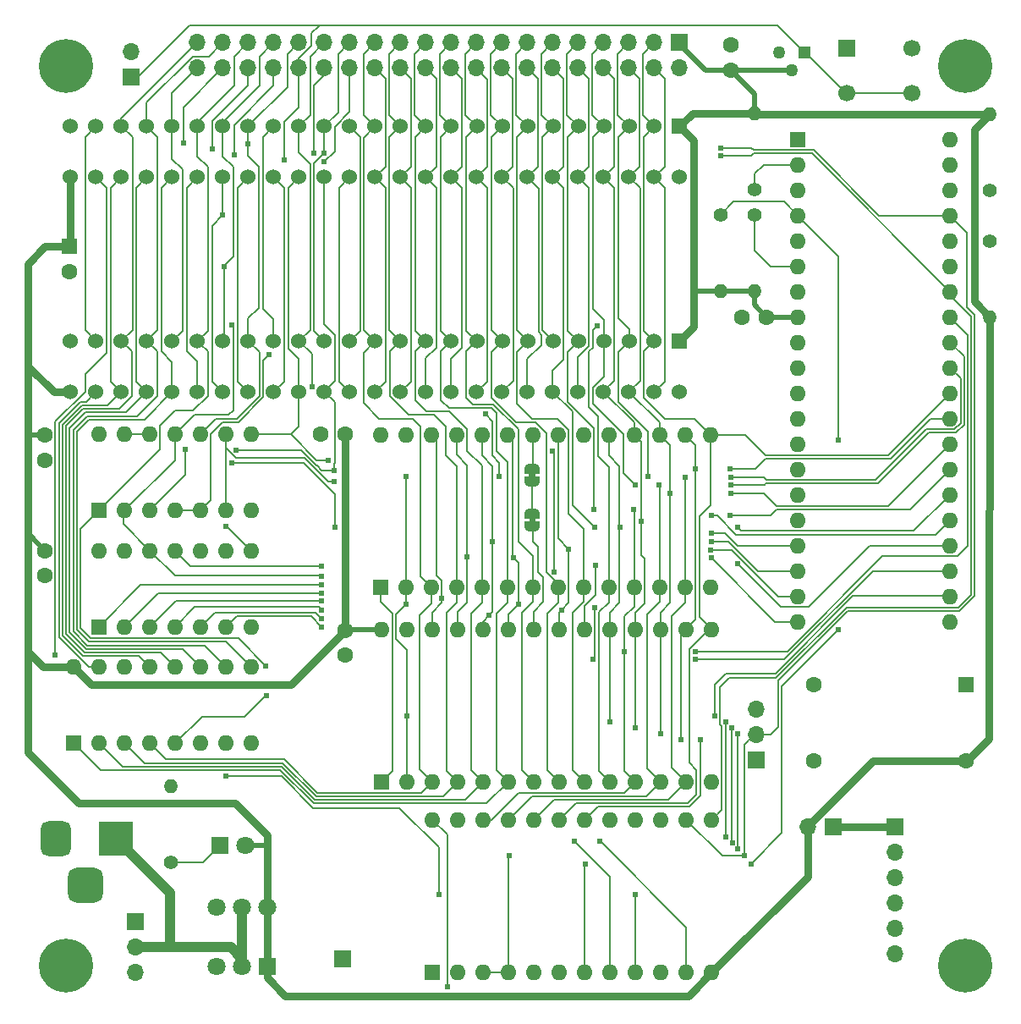
<source format=gbr>
G04 #@! TF.GenerationSoftware,KiCad,Pcbnew,7.0.7*
G04 #@! TF.CreationDate,2024-07-02T20:52:08-05:00*
G04 #@! TF.ProjectId,simple6502,73696d70-6c65-4363-9530-322e6b696361,1.6*
G04 #@! TF.SameCoordinates,Original*
G04 #@! TF.FileFunction,Copper,L1,Top*
G04 #@! TF.FilePolarity,Positive*
%FSLAX46Y46*%
G04 Gerber Fmt 4.6, Leading zero omitted, Abs format (unit mm)*
G04 Created by KiCad (PCBNEW 7.0.7) date 2024-07-02 20:52:08*
%MOMM*%
%LPD*%
G01*
G04 APERTURE LIST*
G04 Aperture macros list*
%AMRoundRect*
0 Rectangle with rounded corners*
0 $1 Rounding radius*
0 $2 $3 $4 $5 $6 $7 $8 $9 X,Y pos of 4 corners*
0 Add a 4 corners polygon primitive as box body*
4,1,4,$2,$3,$4,$5,$6,$7,$8,$9,$2,$3,0*
0 Add four circle primitives for the rounded corners*
1,1,$1+$1,$2,$3*
1,1,$1+$1,$4,$5*
1,1,$1+$1,$6,$7*
1,1,$1+$1,$8,$9*
0 Add four rect primitives between the rounded corners*
20,1,$1+$1,$2,$3,$4,$5,0*
20,1,$1+$1,$4,$5,$6,$7,0*
20,1,$1+$1,$6,$7,$8,$9,0*
20,1,$1+$1,$8,$9,$2,$3,0*%
%AMFreePoly0*
4,1,19,0.500000,-0.750000,0.000000,-0.750000,0.000000,-0.744911,-0.071157,-0.744911,-0.207708,-0.704816,-0.327430,-0.627875,-0.420627,-0.520320,-0.479746,-0.390866,-0.500000,-0.250000,-0.500000,0.250000,-0.479746,0.390866,-0.420627,0.520320,-0.327430,0.627875,-0.207708,0.704816,-0.071157,0.744911,0.000000,0.744911,0.000000,0.750000,0.500000,0.750000,0.500000,-0.750000,0.500000,-0.750000,
$1*%
%AMFreePoly1*
4,1,19,0.000000,0.744911,0.071157,0.744911,0.207708,0.704816,0.327430,0.627875,0.420627,0.520320,0.479746,0.390866,0.500000,0.250000,0.500000,-0.250000,0.479746,-0.390866,0.420627,-0.520320,0.327430,-0.627875,0.207708,-0.704816,0.071157,-0.744911,0.000000,-0.744911,0.000000,-0.750000,-0.500000,-0.750000,-0.500000,0.750000,0.000000,0.750000,0.000000,0.744911,0.000000,0.744911,
$1*%
G04 Aperture macros list end*
G04 #@! TA.AperFunction,ComponentPad*
%ADD10R,1.600000X1.600000*%
G04 #@! TD*
G04 #@! TA.AperFunction,ComponentPad*
%ADD11O,1.600000X1.600000*%
G04 #@! TD*
G04 #@! TA.AperFunction,ComponentPad*
%ADD12C,1.600000*%
G04 #@! TD*
G04 #@! TA.AperFunction,ComponentPad*
%ADD13C,1.400000*%
G04 #@! TD*
G04 #@! TA.AperFunction,ComponentPad*
%ADD14O,1.400000X1.400000*%
G04 #@! TD*
G04 #@! TA.AperFunction,ComponentPad*
%ADD15R,1.524000X1.524000*%
G04 #@! TD*
G04 #@! TA.AperFunction,ComponentPad*
%ADD16C,1.524000*%
G04 #@! TD*
G04 #@! TA.AperFunction,ComponentPad*
%ADD17R,1.270000X1.270000*%
G04 #@! TD*
G04 #@! TA.AperFunction,ComponentPad*
%ADD18C,1.270000*%
G04 #@! TD*
G04 #@! TA.AperFunction,ComponentPad*
%ADD19R,1.800000X1.800000*%
G04 #@! TD*
G04 #@! TA.AperFunction,ComponentPad*
%ADD20C,1.800000*%
G04 #@! TD*
G04 #@! TA.AperFunction,SMDPad,CuDef*
%ADD21FreePoly0,90.000000*%
G04 #@! TD*
G04 #@! TA.AperFunction,SMDPad,CuDef*
%ADD22FreePoly1,90.000000*%
G04 #@! TD*
G04 #@! TA.AperFunction,ComponentPad*
%ADD23R,1.700000X1.700000*%
G04 #@! TD*
G04 #@! TA.AperFunction,ComponentPad*
%ADD24O,1.700000X1.700000*%
G04 #@! TD*
G04 #@! TA.AperFunction,ComponentPad*
%ADD25C,0.800000*%
G04 #@! TD*
G04 #@! TA.AperFunction,ComponentPad*
%ADD26C,5.400000*%
G04 #@! TD*
G04 #@! TA.AperFunction,ComponentPad*
%ADD27R,3.500000X3.500000*%
G04 #@! TD*
G04 #@! TA.AperFunction,ComponentPad*
%ADD28RoundRect,0.750000X-0.750000X-1.000000X0.750000X-1.000000X0.750000X1.000000X-0.750000X1.000000X0*%
G04 #@! TD*
G04 #@! TA.AperFunction,ComponentPad*
%ADD29RoundRect,0.875000X-0.875000X-0.875000X0.875000X-0.875000X0.875000X0.875000X-0.875000X0.875000X0*%
G04 #@! TD*
G04 #@! TA.AperFunction,SMDPad,CuDef*
%ADD30FreePoly0,270.000000*%
G04 #@! TD*
G04 #@! TA.AperFunction,SMDPad,CuDef*
%ADD31FreePoly1,270.000000*%
G04 #@! TD*
G04 #@! TA.AperFunction,ComponentPad*
%ADD32C,1.700000*%
G04 #@! TD*
G04 #@! TA.AperFunction,ViaPad*
%ADD33C,0.610000*%
G04 #@! TD*
G04 #@! TA.AperFunction,Conductor*
%ADD34C,0.762000*%
G04 #@! TD*
G04 #@! TA.AperFunction,Conductor*
%ADD35C,0.508000*%
G04 #@! TD*
G04 #@! TA.AperFunction,Conductor*
%ADD36C,0.152400*%
G04 #@! TD*
G04 #@! TA.AperFunction,Conductor*
%ADD37C,1.000000*%
G04 #@! TD*
G04 APERTURE END LIST*
G04 #@! TA.AperFunction,EtchedComponent*
G36*
X102000000Y-100670000D02*
G01*
X101400000Y-100670000D01*
X101400000Y-100170000D01*
X102000000Y-100170000D01*
X102000000Y-100670000D01*
G37*
G04 #@! TD.AperFunction*
G04 #@! TA.AperFunction,EtchedComponent*
G36*
X101990000Y-96190000D02*
G01*
X101390000Y-96190000D01*
X101390000Y-95690000D01*
X101990000Y-95690000D01*
X101990000Y-96190000D01*
G37*
G04 #@! TD.AperFunction*
D10*
X55810000Y-122720000D03*
D11*
X58350000Y-122720000D03*
X60890000Y-122720000D03*
X63430000Y-122720000D03*
X65970000Y-122720000D03*
X68510000Y-122720000D03*
X71050000Y-122720000D03*
X73590000Y-122720000D03*
X73590000Y-115100000D03*
X71050000Y-115100000D03*
X68510000Y-115100000D03*
X65970000Y-115100000D03*
X63430000Y-115100000D03*
X60890000Y-115100000D03*
X58350000Y-115100000D03*
X55810000Y-115100000D03*
D10*
X55400000Y-73050000D03*
D12*
X55400000Y-75550000D03*
D13*
X147500000Y-72500000D03*
D14*
X147500000Y-80120000D03*
D13*
X147500000Y-67400000D03*
D14*
X147500000Y-59780000D03*
D15*
X116460000Y-61020000D03*
D16*
X113920000Y-61020000D03*
X111390000Y-61020000D03*
X108860000Y-61020000D03*
X106320000Y-61020000D03*
X103780000Y-61020000D03*
X101240000Y-61020000D03*
X98700000Y-61020000D03*
X96160000Y-61020000D03*
X93600000Y-61010000D03*
X91060000Y-61010000D03*
X88520000Y-61010000D03*
X85980000Y-61010000D03*
X83440000Y-61010000D03*
X80900000Y-61010000D03*
X78360000Y-61010000D03*
X75820000Y-61010000D03*
X73280000Y-61010000D03*
X70740000Y-61010000D03*
X68200000Y-61010000D03*
X65660000Y-61010000D03*
X63120000Y-61010000D03*
X60580000Y-61010000D03*
X58040000Y-61010000D03*
X55500000Y-61010000D03*
X55500000Y-66090000D03*
X58040000Y-66090000D03*
X60580000Y-66090000D03*
X63120000Y-66090000D03*
X65660000Y-66090000D03*
X68200000Y-66090000D03*
X70740000Y-66090000D03*
X73280000Y-66090000D03*
X75820000Y-66090000D03*
X78360000Y-66090000D03*
X80900000Y-66090000D03*
X83440000Y-66090000D03*
X85980000Y-66090000D03*
X88520000Y-66090000D03*
X91060000Y-66090000D03*
X93600000Y-66090000D03*
X96140000Y-66090000D03*
X98680000Y-66090000D03*
X101220000Y-66090000D03*
X103760000Y-66090000D03*
X106300000Y-66090000D03*
X108840000Y-66090000D03*
X111380000Y-66090000D03*
X113920000Y-66090000D03*
X116460000Y-66090000D03*
D12*
X52900000Y-91900000D03*
X52900000Y-94400000D03*
X82950000Y-111410000D03*
X82950000Y-113910000D03*
D13*
X65540000Y-134630000D03*
D14*
X65540000Y-127010000D03*
D17*
X128940000Y-53590000D03*
D18*
X127670000Y-55360000D03*
X126400000Y-53590000D03*
D12*
X52900000Y-103450000D03*
X52900000Y-105950000D03*
D19*
X70420000Y-132990000D03*
D20*
X72960000Y-132990000D03*
D15*
X116460000Y-82510000D03*
D16*
X113920000Y-82510000D03*
X111390000Y-82510000D03*
X108860000Y-82510000D03*
X106320000Y-82510000D03*
X103780000Y-82510000D03*
X101240000Y-82510000D03*
X98700000Y-82510000D03*
X96160000Y-82510000D03*
X93600000Y-82500000D03*
X91060000Y-82500000D03*
X88520000Y-82500000D03*
X85980000Y-82500000D03*
X83440000Y-82500000D03*
X80900000Y-82500000D03*
X78360000Y-82500000D03*
X75820000Y-82500000D03*
X73280000Y-82500000D03*
X70740000Y-82500000D03*
X68200000Y-82500000D03*
X65660000Y-82500000D03*
X63120000Y-82500000D03*
X60580000Y-82500000D03*
X58040000Y-82500000D03*
X55500000Y-82500000D03*
X55500000Y-87580000D03*
X58040000Y-87580000D03*
X60580000Y-87580000D03*
X63120000Y-87580000D03*
X65660000Y-87580000D03*
X68200000Y-87580000D03*
X70740000Y-87580000D03*
X73280000Y-87580000D03*
X75820000Y-87580000D03*
X78360000Y-87580000D03*
X80900000Y-87580000D03*
X83440000Y-87580000D03*
X85980000Y-87580000D03*
X88520000Y-87580000D03*
X91060000Y-87580000D03*
X93600000Y-87580000D03*
X96140000Y-87580000D03*
X98680000Y-87580000D03*
X101220000Y-87580000D03*
X103760000Y-87580000D03*
X106300000Y-87580000D03*
X108840000Y-87580000D03*
X111380000Y-87580000D03*
X113920000Y-87580000D03*
X116460000Y-87580000D03*
D13*
X123960000Y-69880000D03*
D14*
X123960000Y-77500000D03*
D21*
X101700000Y-101070000D03*
D22*
X101700000Y-99770000D03*
D12*
X121600000Y-55360000D03*
X121600000Y-52860000D03*
D23*
X82700000Y-144300000D03*
X61950000Y-140610000D03*
D24*
X61950000Y-143150000D03*
X61950000Y-145690000D03*
D25*
X52975000Y-55000000D03*
X53568109Y-53568109D03*
X53568109Y-56431891D03*
X55000000Y-52975000D03*
D26*
X55000000Y-55000000D03*
D25*
X55000000Y-57025000D03*
X56431891Y-53568109D03*
X56431891Y-56431891D03*
X57025000Y-55000000D03*
D10*
X86600000Y-126600000D03*
D11*
X89140000Y-126600000D03*
X91680000Y-126600000D03*
X94220000Y-126600000D03*
X96760000Y-126600000D03*
X99300000Y-126600000D03*
X101840000Y-126600000D03*
X104380000Y-126600000D03*
X106920000Y-126600000D03*
X109460000Y-126600000D03*
X112000000Y-126600000D03*
X114540000Y-126600000D03*
X117080000Y-126600000D03*
X119620000Y-126600000D03*
X119620000Y-111360000D03*
X117080000Y-111360000D03*
X114540000Y-111360000D03*
X112000000Y-111360000D03*
X109460000Y-111360000D03*
X106920000Y-111360000D03*
X104380000Y-111360000D03*
X101840000Y-111360000D03*
X99300000Y-111360000D03*
X96760000Y-111360000D03*
X94220000Y-111360000D03*
X91680000Y-111360000D03*
X89140000Y-111360000D03*
X86600000Y-111360000D03*
D23*
X124100000Y-124400000D03*
D24*
X124100000Y-121860000D03*
X124100000Y-119320000D03*
D27*
X60000000Y-132250000D03*
D28*
X54000000Y-132250000D03*
D29*
X57000000Y-136950000D03*
D25*
X52975000Y-145000000D03*
X53568109Y-143568109D03*
X53568109Y-146431891D03*
X55000000Y-142975000D03*
D26*
X55000000Y-145000000D03*
D25*
X55000000Y-147025000D03*
X56431891Y-143568109D03*
X56431891Y-146431891D03*
X57025000Y-145000000D03*
D23*
X61520000Y-56050000D03*
D24*
X61520000Y-53510000D03*
D10*
X91740000Y-145640000D03*
D11*
X94280000Y-145640000D03*
X96820000Y-145640000D03*
X99360000Y-145640000D03*
X101900000Y-145640000D03*
X104440000Y-145640000D03*
X106980000Y-145640000D03*
X109520000Y-145640000D03*
X112060000Y-145640000D03*
X114600000Y-145640000D03*
X117140000Y-145640000D03*
X119680000Y-145640000D03*
X119680000Y-130400000D03*
X117140000Y-130400000D03*
X114600000Y-130400000D03*
X112060000Y-130400000D03*
X109520000Y-130400000D03*
X106980000Y-130400000D03*
X104440000Y-130400000D03*
X101900000Y-130400000D03*
X99360000Y-130400000D03*
X96820000Y-130400000D03*
X94280000Y-130400000D03*
X91740000Y-130400000D03*
D13*
X123970000Y-67310000D03*
D14*
X123970000Y-59690000D03*
D23*
X131840000Y-131080000D03*
D24*
X129300000Y-131080000D03*
D19*
X75150000Y-145100000D03*
D20*
X72650000Y-145100000D03*
X70150000Y-145100000D03*
X75150000Y-139100000D03*
X72650000Y-139100000D03*
X70150000Y-139100000D03*
D30*
X101690000Y-95290000D03*
D31*
X101690000Y-96590000D03*
D10*
X128260000Y-62310000D03*
D11*
X128260000Y-64850000D03*
X128260000Y-67390000D03*
X128260000Y-69930000D03*
X128260000Y-72470000D03*
X128260000Y-75010000D03*
X128260000Y-77550000D03*
X128260000Y-80090000D03*
X128260000Y-82630000D03*
X128260000Y-85170000D03*
X128260000Y-87710000D03*
X128260000Y-90250000D03*
X128260000Y-92790000D03*
X128260000Y-95330000D03*
X128260000Y-97870000D03*
X128260000Y-100410000D03*
X128260000Y-102950000D03*
X128260000Y-105490000D03*
X128260000Y-108030000D03*
X128260000Y-110570000D03*
X143500000Y-110570000D03*
X143500000Y-108030000D03*
X143500000Y-105490000D03*
X143500000Y-102950000D03*
X143500000Y-100410000D03*
X143500000Y-97870000D03*
X143500000Y-95330000D03*
X143500000Y-92790000D03*
X143500000Y-90250000D03*
X143500000Y-87710000D03*
X143500000Y-85170000D03*
X143500000Y-82630000D03*
X143500000Y-80090000D03*
X143500000Y-77550000D03*
X143500000Y-75010000D03*
X143500000Y-72470000D03*
X143500000Y-69930000D03*
X143500000Y-67390000D03*
X143500000Y-64850000D03*
X143500000Y-62310000D03*
D23*
X116450000Y-52640000D03*
D24*
X116450000Y-55180000D03*
X113910000Y-52640000D03*
X113910000Y-55180000D03*
X111370000Y-52640000D03*
X111370000Y-55180000D03*
X108830000Y-52640000D03*
X108830000Y-55180000D03*
X106290000Y-52640000D03*
X106290000Y-55180000D03*
X103750000Y-52640000D03*
X103750000Y-55180000D03*
X101210000Y-52640000D03*
X101210000Y-55180000D03*
X98670000Y-52640000D03*
X98670000Y-55180000D03*
X96130000Y-52640000D03*
X96130000Y-55180000D03*
X93590000Y-52640000D03*
X93590000Y-55180000D03*
X91050000Y-52640000D03*
X91050000Y-55180000D03*
X88510000Y-52640000D03*
X88510000Y-55180000D03*
X85970000Y-52640000D03*
X85970000Y-55180000D03*
X83430000Y-52640000D03*
X83430000Y-55180000D03*
X80890000Y-52640000D03*
X80890000Y-55180000D03*
X78350000Y-52640000D03*
X78350000Y-55180000D03*
X75810000Y-52640000D03*
X75810000Y-55180000D03*
X73270000Y-52640000D03*
X73270000Y-55180000D03*
X70730000Y-52640000D03*
X70730000Y-55180000D03*
X68190000Y-52640000D03*
X68190000Y-55180000D03*
D23*
X138000000Y-131100000D03*
D24*
X138000000Y-133640000D03*
X138000000Y-136180000D03*
X138000000Y-138720000D03*
X138000000Y-141260000D03*
X138000000Y-143800000D03*
D23*
X133210000Y-53170000D03*
D32*
X139710000Y-53170000D03*
X133210000Y-57670000D03*
X139710000Y-57670000D03*
D13*
X120530000Y-69890000D03*
D14*
X120530000Y-77510000D03*
D10*
X58340000Y-111070000D03*
D11*
X60880000Y-111070000D03*
X63420000Y-111070000D03*
X65960000Y-111070000D03*
X68500000Y-111070000D03*
X71040000Y-111070000D03*
X73580000Y-111070000D03*
X73580000Y-103450000D03*
X71040000Y-103450000D03*
X68500000Y-103450000D03*
X65960000Y-103450000D03*
X63420000Y-103450000D03*
X60880000Y-103450000D03*
X58340000Y-103450000D03*
D10*
X145100000Y-116900000D03*
D12*
X129860000Y-116900000D03*
X129860000Y-124520000D03*
X145100000Y-124520000D03*
D10*
X86500000Y-107100000D03*
D11*
X89040000Y-107100000D03*
X91580000Y-107100000D03*
X94120000Y-107100000D03*
X96660000Y-107100000D03*
X99200000Y-107100000D03*
X101740000Y-107100000D03*
X104280000Y-107100000D03*
X106820000Y-107100000D03*
X109360000Y-107100000D03*
X111900000Y-107100000D03*
X114440000Y-107100000D03*
X116980000Y-107100000D03*
X119520000Y-107100000D03*
X119520000Y-91860000D03*
X116980000Y-91860000D03*
X114440000Y-91860000D03*
X111900000Y-91860000D03*
X109360000Y-91860000D03*
X106820000Y-91860000D03*
X104280000Y-91860000D03*
X101740000Y-91860000D03*
X99200000Y-91860000D03*
X96660000Y-91860000D03*
X94120000Y-91860000D03*
X91580000Y-91860000D03*
X89040000Y-91860000D03*
X86500000Y-91860000D03*
D25*
X142975000Y-145000000D03*
X143568109Y-143568109D03*
X143568109Y-146431891D03*
X145000000Y-142975000D03*
D26*
X145000000Y-145000000D03*
D25*
X145000000Y-147025000D03*
X146431891Y-143568109D03*
X146431891Y-146431891D03*
X147025000Y-145000000D03*
D12*
X83000000Y-91850000D03*
X80500000Y-91850000D03*
X125180000Y-80100000D03*
X122680000Y-80100000D03*
D10*
X58300000Y-99470000D03*
D11*
X60840000Y-99470000D03*
X63380000Y-99470000D03*
X65920000Y-99470000D03*
X68460000Y-99470000D03*
X71000000Y-99470000D03*
X73540000Y-99470000D03*
X73540000Y-91850000D03*
X71000000Y-91850000D03*
X68460000Y-91850000D03*
X65920000Y-91850000D03*
X63380000Y-91850000D03*
X60840000Y-91850000D03*
X58300000Y-91850000D03*
D25*
X142975000Y-55000000D03*
X143568109Y-53568109D03*
X143568109Y-56431891D03*
X145000000Y-52975000D03*
D26*
X145000000Y-55000000D03*
D25*
X145000000Y-57025000D03*
X146431891Y-53568109D03*
X146431891Y-56431891D03*
X147025000Y-55000000D03*
D33*
X68500000Y-128750000D03*
X73280000Y-62760000D03*
X122900000Y-134000000D03*
X120600000Y-63159300D03*
X99400000Y-134000000D03*
X76900000Y-64409300D03*
X108180000Y-80950000D03*
X108450000Y-132520000D03*
X105900000Y-132510000D03*
X110940000Y-113550000D03*
X118020000Y-113550000D03*
X107910000Y-99376200D03*
X111880000Y-99376200D03*
X112019300Y-96890000D03*
X114430000Y-96890000D03*
X121550000Y-96900000D03*
X113280000Y-96060000D03*
X116980000Y-96100000D03*
X121550000Y-96090497D03*
X116600000Y-122400000D03*
X118500000Y-122400000D03*
X118068600Y-95260000D03*
X121511526Y-95281909D03*
X122300000Y-121800000D03*
X114540000Y-121800000D03*
X115528600Y-97700000D03*
X122280331Y-133283556D03*
X121550000Y-97709503D03*
X112000000Y-121200000D03*
X112596970Y-100538100D03*
X121719300Y-132700000D03*
X121500000Y-99960000D03*
X121700000Y-121200000D03*
X110467400Y-101100500D03*
X121100000Y-120600000D03*
X109460000Y-120600000D03*
X122230018Y-101108782D03*
X121100000Y-132100000D03*
X132300000Y-92420000D03*
X79840000Y-63660000D03*
X132300000Y-111400000D03*
X70740000Y-69880000D03*
X123600000Y-134800000D03*
X107000000Y-134800000D03*
X70840000Y-75010000D03*
X71070000Y-101000000D03*
X75080000Y-117930000D03*
X75050000Y-115000000D03*
X71661100Y-80910000D03*
X108030000Y-104970000D03*
X80625722Y-106044278D03*
X72065000Y-93405000D03*
X66960000Y-93370000D03*
X81920000Y-95430000D03*
X80890000Y-64550000D03*
X81290000Y-94460000D03*
X79650000Y-87040000D03*
X81920000Y-96580000D03*
X101690000Y-96590000D03*
X119600000Y-101700000D03*
X95208600Y-104100000D03*
X80620000Y-105000000D03*
X80649500Y-111090000D03*
X119600000Y-102550000D03*
X97370000Y-109960700D03*
X97748600Y-102550000D03*
X104650000Y-109390000D03*
X119594134Y-103365369D03*
X105368600Y-103350000D03*
X80650133Y-110269399D03*
X99800000Y-104170000D03*
X100300000Y-108800700D03*
X119605058Y-104174798D03*
X80649500Y-109390000D03*
X80650000Y-108509503D03*
X98430000Y-96009300D03*
X89040000Y-96009300D03*
X119938100Y-120000000D03*
X89150000Y-120000000D03*
X89050000Y-108820700D03*
X97030000Y-89800000D03*
X118020000Y-114359503D03*
X80650000Y-107700000D03*
X107982160Y-109196606D03*
X107789300Y-114359503D03*
X92656200Y-108230000D03*
X103920000Y-105575233D03*
X103699300Y-93495350D03*
X122250000Y-104800000D03*
X80650000Y-106890497D03*
X81940000Y-101090000D03*
X107960000Y-101100500D03*
X71650000Y-94659503D03*
X119640000Y-99956900D03*
X80900000Y-63670000D03*
X120612487Y-63968706D03*
X75400000Y-83810000D03*
X112060000Y-137900000D03*
X71050000Y-126050000D03*
X92340000Y-137900000D03*
X71860000Y-63900000D03*
X69700000Y-63300000D03*
X66810000Y-62710000D03*
X53960000Y-113880000D03*
X93200000Y-147080000D03*
D34*
X56350000Y-128750000D02*
X51250000Y-123650000D01*
D35*
X52900000Y-91900000D02*
X51300000Y-91900000D01*
D34*
X75150000Y-146150000D02*
X75150000Y-145100000D01*
X117320000Y-148000000D02*
X119680000Y-145640000D01*
D35*
X123950000Y-77510000D02*
X123960000Y-77500000D01*
D34*
X129300000Y-131080000D02*
X129270000Y-131110000D01*
D35*
X82950000Y-111410000D02*
X83000000Y-111360000D01*
X120530000Y-77510000D02*
X123950000Y-77510000D01*
D34*
X147400000Y-118900000D02*
X147500000Y-80120000D01*
X129270000Y-131110000D02*
X129270000Y-136050000D01*
D35*
X127670000Y-55360000D02*
X121600000Y-55360000D01*
D34*
X53830000Y-87580000D02*
X51250000Y-85000000D01*
X135780000Y-124520000D02*
X129300000Y-131000000D01*
D35*
X52900000Y-103450000D02*
X51450000Y-102000000D01*
X123960000Y-77500000D02*
X123960000Y-78880000D01*
D34*
X51250000Y-91850000D02*
X51250000Y-85000000D01*
D35*
X121600000Y-55360000D02*
X119020000Y-55360000D01*
X128260000Y-80090000D02*
X125190000Y-80090000D01*
D34*
X117900000Y-81070000D02*
X117900000Y-76500000D01*
D35*
X75150000Y-132920000D02*
X75080000Y-132990000D01*
D34*
X52750000Y-115100000D02*
X51250000Y-113600000D01*
X51250000Y-85000000D02*
X51250000Y-74750000D01*
D35*
X116450000Y-52790000D02*
X116450000Y-52640000D01*
D34*
X71950000Y-128750000D02*
X68500000Y-128750000D01*
D35*
X51300000Y-91900000D02*
X51250000Y-91850000D01*
D34*
X147400000Y-122300000D02*
X147400000Y-118900000D01*
X51250000Y-102000000D02*
X51250000Y-113600000D01*
X75150000Y-132920000D02*
X75150000Y-139100000D01*
X117900000Y-76500000D02*
X117900000Y-62460000D01*
D35*
X75080000Y-132990000D02*
X72960000Y-132990000D01*
D34*
X75150000Y-139100000D02*
X75150000Y-145100000D01*
X52950000Y-73050000D02*
X55400000Y-73050000D01*
D35*
X119020000Y-55360000D02*
X116450000Y-52790000D01*
D34*
X145100000Y-124520000D02*
X145180000Y-124520000D01*
X116460000Y-82510000D02*
X117900000Y-81070000D01*
D35*
X83000000Y-91850000D02*
X82950000Y-91900000D01*
D34*
X77000000Y-148000000D02*
X75150000Y-146150000D01*
X117300000Y-148000000D02*
X77000000Y-148000000D01*
X145100000Y-124520000D02*
X135780000Y-124520000D01*
X129300000Y-131000000D02*
X129300000Y-131080000D01*
X77520000Y-116840000D02*
X57550000Y-116840000D01*
X68500000Y-128750000D02*
X56350000Y-128750000D01*
D35*
X123970000Y-59690000D02*
X123970000Y-57730000D01*
X117900000Y-77510000D02*
X117900000Y-76500000D01*
D34*
X51250000Y-123650000D02*
X51250000Y-113600000D01*
X51250000Y-102000000D02*
X51250000Y-91850000D01*
X55500000Y-66090000D02*
X55500000Y-72950000D01*
D35*
X120530000Y-77510000D02*
X117900000Y-77510000D01*
D34*
X117780000Y-59700000D02*
X123960000Y-59700000D01*
X75150000Y-131950000D02*
X71950000Y-128750000D01*
X57550000Y-116840000D02*
X55810000Y-115100000D01*
X51250000Y-74750000D02*
X52950000Y-73050000D01*
X82950000Y-111410000D02*
X77520000Y-116840000D01*
X129270000Y-136050000D02*
X119680000Y-145640000D01*
X117900000Y-62460000D02*
X116460000Y-61020000D01*
D35*
X123960000Y-78880000D02*
X125180000Y-80100000D01*
D34*
X55810000Y-115100000D02*
X52750000Y-115100000D01*
X145180000Y-124520000D02*
X147400000Y-122300000D01*
X123960000Y-59700000D02*
X123970000Y-59690000D01*
X145930000Y-61350000D02*
X145930000Y-78550000D01*
X82950000Y-91900000D02*
X82950000Y-111410000D01*
X116460000Y-61020000D02*
X117780000Y-59700000D01*
D35*
X83000000Y-111360000D02*
X86600000Y-111360000D01*
X51450000Y-102000000D02*
X51250000Y-102000000D01*
D34*
X117300000Y-148000000D02*
X117320000Y-148000000D01*
D35*
X125190000Y-80090000D02*
X125180000Y-80100000D01*
D34*
X55500000Y-72950000D02*
X55400000Y-73050000D01*
X147500000Y-59780000D02*
X145930000Y-61350000D01*
D35*
X123970000Y-57730000D02*
X121600000Y-55360000D01*
D34*
X55500000Y-87580000D02*
X53830000Y-87580000D01*
X124070000Y-59790000D02*
X147490000Y-59790000D01*
X75150000Y-132920000D02*
X75150000Y-131950000D01*
X145930000Y-78550000D02*
X147500000Y-80120000D01*
D36*
X83440000Y-87580000D02*
X82401800Y-86541800D01*
X84497600Y-81442400D02*
X83440000Y-82500000D01*
X82401800Y-86541800D02*
X82401800Y-67128200D01*
X82401800Y-67128200D02*
X83440000Y-66090000D01*
X84497600Y-62067600D02*
X84497600Y-81442400D01*
X83440000Y-61010000D02*
X84497600Y-62067600D01*
X68780000Y-134630000D02*
X70420000Y-132990000D01*
X65540000Y-134630000D02*
X68780000Y-134630000D01*
X74318200Y-79181800D02*
X73280000Y-80220000D01*
X124100000Y-121860000D02*
X125600000Y-121860000D01*
X122900000Y-134000000D02*
X120740000Y-134000000D01*
X143048023Y-109500000D02*
X143054223Y-109493800D01*
X73280000Y-63990000D02*
X74318200Y-65028200D01*
X133300000Y-109500000D02*
X143048023Y-109500000D01*
X74400000Y-88000000D02*
X74400000Y-83620000D01*
X74318200Y-65028200D02*
X74318200Y-79181800D01*
X129866200Y-63386200D02*
X136410000Y-69930000D01*
X96820000Y-145640000D02*
X99360000Y-145640000D01*
X73280000Y-62760000D02*
X73280000Y-63990000D01*
X126347600Y-116452400D02*
X133300000Y-109500000D01*
X99400000Y-134000000D02*
X99360000Y-134040000D01*
X126347600Y-121112400D02*
X126347600Y-116452400D01*
X143951977Y-109500000D02*
X144487600Y-109500000D01*
X144487600Y-109500000D02*
X145985800Y-108001800D01*
X122900000Y-122870000D02*
X123910000Y-121860000D01*
X123866200Y-63386200D02*
X129866200Y-63386200D01*
X145217400Y-71647400D02*
X143500000Y-69930000D01*
X145985800Y-108001800D02*
X145985800Y-79853984D01*
X74400000Y-83620000D02*
X73280000Y-82500000D01*
X125600000Y-121860000D02*
X126347600Y-121112400D01*
X122900000Y-134000000D02*
X122900000Y-122870000D01*
X77223800Y-53766200D02*
X78350000Y-52640000D01*
X120740000Y-134000000D02*
X117140000Y-130400000D01*
X145985800Y-79853984D02*
X145217400Y-79085584D01*
X123639300Y-63159300D02*
X123866200Y-63386200D01*
X120600000Y-63159300D02*
X123639300Y-63159300D01*
X72150000Y-90250000D02*
X74400000Y-88000000D01*
X77223800Y-57066200D02*
X73280000Y-61010000D01*
X145217400Y-79085584D02*
X145217400Y-71647400D01*
X73280000Y-62760000D02*
X73280000Y-61010000D01*
X143054223Y-109493800D02*
X143945777Y-109493800D01*
X143945777Y-109493800D02*
X143951977Y-109500000D01*
X73280000Y-80220000D02*
X73280000Y-82500000D01*
X77223800Y-53766200D02*
X77223800Y-57066200D01*
X99360000Y-134040000D02*
X99360000Y-145640000D01*
X123910000Y-121860000D02*
X124100000Y-121860000D01*
X68460000Y-91850000D02*
X70060000Y-90250000D01*
X136410000Y-69930000D02*
X143500000Y-69930000D01*
X70060000Y-90250000D02*
X72150000Y-90250000D01*
X78350000Y-59088163D02*
X76900000Y-60538163D01*
X78350000Y-54232688D02*
X79630000Y-52952688D01*
X133200000Y-57680000D02*
X133210000Y-57670000D01*
X67150000Y-67140000D02*
X68200000Y-66090000D01*
X128940000Y-53590000D02*
X129020000Y-53590000D01*
X68200000Y-87580000D02*
X68200000Y-84520000D01*
X67370000Y-50900000D02*
X80320000Y-50900000D01*
X78350000Y-55180000D02*
X78350000Y-54232688D01*
X67370000Y-50900000D02*
X62220000Y-56050000D01*
X79630000Y-51660000D02*
X80320000Y-50970000D01*
X76900000Y-60538163D02*
X76900000Y-64409300D01*
X78350000Y-55180000D02*
X78350000Y-59088163D01*
X79630000Y-52952688D02*
X79630000Y-51660000D01*
X126250000Y-50900000D02*
X80320000Y-50900000D01*
X133100000Y-57670000D02*
X133210000Y-57670000D01*
X80320000Y-50970000D02*
X80320000Y-50900000D01*
X62220000Y-56050000D02*
X61520000Y-56050000D01*
X128940000Y-53590000D02*
X126250000Y-50900000D01*
X139710000Y-57670000D02*
X133210000Y-57670000D01*
X67150000Y-83470000D02*
X67150000Y-67140000D01*
X68200000Y-84520000D02*
X67150000Y-83470000D01*
X129020000Y-53590000D02*
X133100000Y-57670000D01*
X107750000Y-81380000D02*
X108180000Y-80950000D01*
X102623800Y-53766200D02*
X103750000Y-52640000D01*
X117140000Y-141140000D02*
X117140000Y-145640000D01*
X108283800Y-94043800D02*
X108283800Y-90003800D01*
X102700000Y-62100000D02*
X102700000Y-81430000D01*
X107360000Y-89080000D02*
X107360000Y-83538368D01*
X108283800Y-90003800D02*
X107360000Y-89080000D01*
X103780000Y-61020000D02*
X102623800Y-59863800D01*
X107750000Y-83148368D02*
X107750000Y-81380000D01*
X108520000Y-132520000D02*
X117140000Y-141140000D01*
X107360000Y-83538368D02*
X107750000Y-83148368D01*
X102623800Y-59863800D02*
X102623800Y-53766200D01*
X102700000Y-81430000D02*
X103780000Y-82510000D01*
X109360000Y-108640000D02*
X109360000Y-107100000D01*
X108450000Y-132520000D02*
X108520000Y-132520000D01*
X109360000Y-95120000D02*
X108283800Y-94043800D01*
X103780000Y-61020000D02*
X102700000Y-62100000D01*
X109360000Y-107100000D02*
X109360000Y-95120000D01*
X109460000Y-126600000D02*
X108370000Y-125510000D01*
X108370000Y-109630000D02*
X109360000Y-108640000D01*
X108370000Y-125510000D02*
X108370000Y-109630000D01*
X106820000Y-107100000D02*
X106820000Y-101271941D01*
X100150000Y-62110000D02*
X100150000Y-81420000D01*
X100150000Y-81420000D02*
X101240000Y-82510000D01*
X106920000Y-126600000D02*
X105721000Y-125401000D01*
X106820000Y-101271941D02*
X105356200Y-99808141D01*
X100181800Y-83568200D02*
X101240000Y-82510000D01*
X105721000Y-109679000D02*
X106820000Y-108580000D01*
X105721000Y-125401000D02*
X105721000Y-109679000D01*
X105356200Y-91414223D02*
X104231977Y-90290000D01*
X104231977Y-90290000D02*
X101700000Y-90290000D01*
X100181800Y-88771800D02*
X100181800Y-83568200D01*
X105900000Y-132510000D02*
X109520000Y-136130000D01*
X101240000Y-61020000D02*
X100150000Y-62110000D01*
X101700000Y-90290000D02*
X100181800Y-88771800D01*
X100083800Y-59863800D02*
X100083800Y-53766200D01*
X109520000Y-136130000D02*
X109520000Y-145640000D01*
X105356200Y-99808141D02*
X105356200Y-91414223D01*
X100083800Y-53766200D02*
X101210000Y-52640000D01*
X101240000Y-61020000D02*
X100083800Y-59863800D01*
X106820000Y-108580000D02*
X106820000Y-107100000D01*
X97641800Y-88171800D02*
X100120000Y-90650000D01*
X103200000Y-125420000D02*
X103200000Y-109750000D01*
X102051977Y-90650000D02*
X103120000Y-91718023D01*
X98700000Y-82510000D02*
X97641800Y-83568200D01*
X103118100Y-105638100D02*
X104280000Y-106800000D01*
X104280000Y-106800000D02*
X104280000Y-107100000D01*
X103118100Y-93254609D02*
X103118100Y-105638100D01*
X97543800Y-59863800D02*
X97543800Y-53766200D01*
X100120000Y-90650000D02*
X102051977Y-90650000D01*
X104380000Y-126600000D02*
X103200000Y-125420000D01*
X98700000Y-61020000D02*
X97543800Y-59863800D01*
X97641800Y-83568200D02*
X97641800Y-88171800D01*
X97543800Y-53766200D02*
X98670000Y-52640000D01*
X98700000Y-61020000D02*
X97600000Y-62120000D01*
X97600000Y-62120000D02*
X97600000Y-81410000D01*
X103120000Y-93252709D02*
X103118100Y-93254609D01*
X103200000Y-109750000D02*
X104280000Y-108670000D01*
X104280000Y-108670000D02*
X104280000Y-107100000D01*
X103120000Y-91718023D02*
X103120000Y-93252709D01*
X97600000Y-81410000D02*
X98700000Y-82510000D01*
X96160000Y-61020000D02*
X95003800Y-59863800D01*
X95003800Y-59863800D02*
X95003800Y-53766200D01*
X100700000Y-125460000D02*
X100700000Y-109650000D01*
X100300000Y-91330000D02*
X100300000Y-102590000D01*
X95100000Y-62080000D02*
X95100000Y-81450000D01*
X95101800Y-83538200D02*
X95101800Y-88181800D01*
X97802800Y-88832800D02*
X100300000Y-91330000D01*
X96160000Y-61020000D02*
X95100000Y-62080000D01*
X96160000Y-82510000D02*
X96130000Y-82510000D01*
X101740000Y-104030000D02*
X101740000Y-107100000D01*
X100700000Y-109650000D02*
X101740000Y-108610000D01*
X101740000Y-108610000D02*
X101740000Y-107100000D01*
X95101800Y-88181800D02*
X95752800Y-88832800D01*
X100300000Y-102590000D02*
X101740000Y-104030000D01*
X95003800Y-53766200D02*
X96130000Y-52640000D01*
X95100000Y-81450000D02*
X96160000Y-82510000D01*
X95752800Y-88832800D02*
X97802800Y-88832800D01*
X101840000Y-126600000D02*
X100700000Y-125460000D01*
X96130000Y-82510000D02*
X95101800Y-83538200D01*
X92550000Y-81450000D02*
X93600000Y-82500000D01*
X92463800Y-53766200D02*
X93590000Y-52640000D01*
X55810000Y-122720000D02*
X58497200Y-125407200D01*
X93600000Y-61010000D02*
X92550000Y-62060000D01*
X93600000Y-82500000D02*
X92561800Y-83538200D01*
X92561800Y-83538200D02*
X92561800Y-88391800D01*
X92561800Y-88391800D02*
X93355200Y-89185200D01*
X98100000Y-125400000D02*
X98100000Y-109750000D01*
X99200000Y-94560000D02*
X99200000Y-107100000D01*
X98123800Y-89681859D02*
X98123800Y-93483800D01*
X58497200Y-125407200D02*
X76462096Y-125407200D01*
X98123800Y-93483800D02*
X99200000Y-94560000D01*
X92463800Y-59873800D02*
X92463800Y-53766200D01*
X97147600Y-128752400D02*
X99300000Y-126600000D01*
X79807296Y-128752400D02*
X97147600Y-128752400D01*
X99300000Y-126600000D02*
X98100000Y-125400000D01*
X93600000Y-61010000D02*
X92463800Y-59873800D01*
X76462096Y-125407200D02*
X79807296Y-128752400D01*
X97627141Y-89185200D02*
X98123800Y-89681859D01*
X99200000Y-108650000D02*
X99200000Y-107100000D01*
X98100000Y-109750000D02*
X99200000Y-108650000D01*
X92550000Y-62060000D02*
X92550000Y-81450000D01*
X93355200Y-89185200D02*
X97627141Y-89185200D01*
X95575000Y-125415000D02*
X95575000Y-109775000D01*
X95196200Y-91316200D02*
X93680000Y-89800000D01*
X96660000Y-94980000D02*
X95196200Y-93516200D01*
X91060000Y-61010000D02*
X89923800Y-59873800D01*
X89923800Y-59873800D02*
X89923800Y-53766200D01*
X89923800Y-53766200D02*
X91050000Y-52640000D01*
X90015400Y-66979268D02*
X90015400Y-81455400D01*
X79953264Y-128400000D02*
X94960000Y-128400000D01*
X90015400Y-81455400D02*
X91060000Y-82500000D01*
X90000000Y-66963868D02*
X90015400Y-66979268D01*
X58350000Y-122720000D02*
X60684800Y-125054800D01*
X96660000Y-107100000D02*
X96660000Y-94980000D01*
X90000000Y-62070000D02*
X90000000Y-66963868D01*
X96660000Y-108690000D02*
X96660000Y-107100000D01*
X95575000Y-109775000D02*
X96660000Y-108690000D01*
X95196200Y-93516200D02*
X95196200Y-91316200D01*
X94960000Y-128400000D02*
X96760000Y-126600000D01*
X90021800Y-88451800D02*
X90021800Y-83538200D01*
X91107600Y-89537600D02*
X90021800Y-88451800D01*
X91060000Y-61010000D02*
X90000000Y-62070000D01*
X96760000Y-126600000D02*
X95575000Y-125415000D01*
X93670000Y-89800000D02*
X93407600Y-89537600D01*
X76608064Y-125054800D02*
X79953264Y-128400000D01*
X90021800Y-83538200D02*
X91060000Y-82500000D01*
X60684800Y-125054800D02*
X76608064Y-125054800D01*
X93407600Y-89537600D02*
X91107600Y-89537600D01*
X93680000Y-89800000D02*
X93670000Y-89800000D01*
X94220000Y-126600000D02*
X93100000Y-125480000D01*
X92791400Y-128028600D02*
X94220000Y-126600000D01*
X87400000Y-81380000D02*
X88520000Y-82500000D01*
X94120000Y-95040000D02*
X93043800Y-93963800D01*
X87481800Y-83538200D02*
X88520000Y-82500000D01*
X91901763Y-89890000D02*
X89360000Y-89890000D01*
X62872400Y-124702400D02*
X76754032Y-124702400D01*
X76754032Y-124702400D02*
X80080232Y-128028600D01*
X87400000Y-62130000D02*
X87400000Y-81380000D01*
X88520000Y-61010000D02*
X87400000Y-62130000D01*
X87481800Y-88011800D02*
X87481800Y-83538200D01*
X93043800Y-91032037D02*
X91901763Y-89890000D01*
X88520000Y-61010000D02*
X87383800Y-59873800D01*
X94120000Y-108630000D02*
X94120000Y-107100000D01*
X87383800Y-53766200D02*
X88510000Y-52640000D01*
X89360000Y-89890000D02*
X87481800Y-88011800D01*
X93043800Y-93963800D02*
X93043800Y-91032037D01*
X94120000Y-107100000D02*
X94120000Y-95040000D01*
X93100000Y-125480000D02*
X93100000Y-109650000D01*
X93100000Y-109650000D02*
X94120000Y-108630000D01*
X80080232Y-128028600D02*
X92791400Y-128028600D01*
X60890000Y-122720000D02*
X62872400Y-124702400D01*
X87383800Y-59873800D02*
X87383800Y-53766200D01*
X90503800Y-106023800D02*
X90503800Y-91032037D01*
X63430000Y-122720000D02*
X65060000Y-124350000D01*
X90400000Y-109900000D02*
X91580000Y-108720000D01*
X84850000Y-81370000D02*
X85980000Y-82500000D01*
X90503800Y-91032037D02*
X89721763Y-90250000D01*
X85980000Y-61010000D02*
X84843800Y-59873800D01*
X90603800Y-127676200D02*
X91680000Y-126600000D01*
X86390000Y-90250000D02*
X84840000Y-88700000D01*
X84843800Y-53766200D02*
X85970000Y-52640000D01*
X84843800Y-59873800D02*
X84843800Y-53766200D01*
X84850000Y-62140000D02*
X84850000Y-81370000D01*
X91580000Y-108720000D02*
X91580000Y-107100000D01*
X85980000Y-61010000D02*
X84850000Y-62140000D01*
X65060000Y-124350000D02*
X76900000Y-124350000D01*
X90400000Y-125320000D02*
X90400000Y-109900000D01*
X84840000Y-83640000D02*
X85980000Y-82500000D01*
X91680000Y-126600000D02*
X90400000Y-125320000D01*
X89721763Y-90250000D02*
X86390000Y-90250000D01*
X84840000Y-88700000D02*
X84840000Y-83640000D01*
X80226200Y-127676200D02*
X90603800Y-127676200D01*
X91580000Y-107100000D02*
X90503800Y-106023800D01*
X76900000Y-124350000D02*
X80226200Y-127676200D01*
X106320000Y-61020000D02*
X105250000Y-62090000D01*
X110920000Y-110040000D02*
X111900000Y-109060000D01*
X105163800Y-53766200D02*
X106290000Y-52640000D01*
X107910000Y-99376200D02*
X107910000Y-91231632D01*
X111900000Y-109060000D02*
X111900000Y-107100000D01*
X111900000Y-99396200D02*
X111900000Y-107100000D01*
X105250000Y-81440000D02*
X106320000Y-82510000D01*
X136773800Y-104026200D02*
X144273800Y-104026200D01*
X110920000Y-113530000D02*
X110920000Y-110040000D01*
X100323800Y-127676200D02*
X110923800Y-127676200D01*
X110940000Y-125540000D02*
X112000000Y-126600000D01*
X144273800Y-104026200D02*
X145281000Y-103019000D01*
X105261800Y-83568200D02*
X106320000Y-82510000D01*
X145281000Y-103019000D02*
X145281000Y-81871000D01*
X118020000Y-113550000D02*
X127250000Y-113550000D01*
X106320000Y-61020000D02*
X105163800Y-59863800D01*
X110923800Y-127676200D02*
X112000000Y-126600000D01*
X107910000Y-91231632D02*
X105261800Y-88583432D01*
X110940000Y-113550000D02*
X110920000Y-113530000D01*
X110940000Y-113550000D02*
X110940000Y-125540000D01*
X105250000Y-62090000D02*
X105250000Y-81440000D01*
X97600000Y-130400000D02*
X100323800Y-127676200D01*
X127250000Y-113550000D02*
X136773800Y-104026200D01*
X111880000Y-99376200D02*
X111900000Y-99396200D01*
X105163800Y-59863800D02*
X105163800Y-53766200D01*
X96820000Y-130400000D02*
X97600000Y-130400000D01*
X145281000Y-81871000D02*
X143500000Y-80090000D01*
X105261800Y-88583432D02*
X105261800Y-83568200D01*
X136289769Y-96758600D02*
X141369768Y-91678600D01*
X108860000Y-61020000D02*
X107750000Y-62130000D01*
X110823800Y-95694500D02*
X110823800Y-91800000D01*
X114540000Y-126600000D02*
X113200000Y-125260000D01*
X107801800Y-88778000D02*
X107801800Y-87149963D01*
X113111400Y-128028600D02*
X114540000Y-126600000D01*
X114440000Y-96900000D02*
X114440000Y-107100000D01*
X108860000Y-86091763D02*
X108860000Y-82510000D01*
X121550000Y-96900000D02*
X124950000Y-96900000D01*
X101731400Y-128028600D02*
X113111400Y-128028600D01*
X107703800Y-59863800D02*
X107703800Y-53766200D01*
X107703800Y-53766200D02*
X108830000Y-52640000D01*
X107750000Y-62130000D02*
X107750000Y-79240000D01*
X108860000Y-80350000D02*
X108860000Y-82510000D01*
X107801800Y-87149963D02*
X108860000Y-86091763D01*
X112019300Y-96890000D02*
X110823800Y-95694500D01*
X141369768Y-91678600D02*
X144091745Y-91678600D01*
X144928600Y-90841745D02*
X144928600Y-84058600D01*
X144928600Y-84058600D02*
X143500000Y-82630000D01*
X99360000Y-130400000D02*
X101731400Y-128028600D01*
X114430000Y-96890000D02*
X114440000Y-96900000D01*
X107750000Y-79240000D02*
X108860000Y-80350000D01*
X110823800Y-91800000D02*
X107801800Y-88778000D01*
X113200000Y-109850000D02*
X114440000Y-108610000D01*
X108860000Y-61020000D02*
X107703800Y-59863800D01*
X125091400Y-96758600D02*
X136289769Y-96758600D01*
X113200000Y-125260000D02*
X113200000Y-109850000D01*
X114440000Y-108610000D02*
X114440000Y-107100000D01*
X144091745Y-91678600D02*
X144928600Y-90841745D01*
X124950000Y-96900000D02*
X125091400Y-96758600D01*
X144576200Y-86246200D02*
X143500000Y-85170000D01*
X110310000Y-80210000D02*
X111390000Y-81290000D01*
X113280000Y-91521632D02*
X113280000Y-96060000D01*
X116990000Y-98600000D02*
X116980000Y-98590000D01*
X111390000Y-81290000D02*
X111390000Y-82510000D01*
X141103800Y-91326200D02*
X143945777Y-91326200D01*
X117080000Y-126600000D02*
X115640000Y-125160000D01*
X116980000Y-98610000D02*
X116980000Y-107100000D01*
X111390000Y-61020000D02*
X110243800Y-59873800D01*
X110341800Y-88583432D02*
X113280000Y-91521632D01*
X115299000Y-128381000D02*
X117080000Y-126600000D01*
X110243800Y-53766200D02*
X111370000Y-52640000D01*
X111390000Y-82510000D02*
X110341800Y-83558200D01*
X116980000Y-98590000D02*
X116980000Y-96100000D01*
X143945777Y-91326200D02*
X144576200Y-90695777D01*
X101900000Y-130400000D02*
X103919000Y-128381000D01*
X116980000Y-108670000D02*
X116980000Y-107100000D01*
X110243800Y-59873800D02*
X110243800Y-53766200D01*
X125153100Y-96406200D02*
X136023800Y-96406200D01*
X116990000Y-98600000D02*
X116980000Y-98610000D01*
X103919000Y-128381000D02*
X115299000Y-128381000D01*
X124846900Y-96100000D02*
X125153100Y-96406200D01*
X144576200Y-90695777D02*
X144576200Y-86246200D01*
X111390000Y-61020000D02*
X110310000Y-62100000D01*
X121550000Y-96090497D02*
X121559503Y-96100000D01*
X110341800Y-83558200D02*
X110341800Y-88583432D01*
X110310000Y-62100000D02*
X110310000Y-80210000D01*
X115640000Y-125160000D02*
X115640000Y-110010000D01*
X115640000Y-110010000D02*
X116980000Y-108670000D01*
X121559503Y-96100000D02*
X124846900Y-96100000D01*
X136023800Y-96406200D02*
X141103800Y-91326200D01*
X112783800Y-53766200D02*
X113910000Y-52640000D01*
X112783800Y-59883800D02*
X112783800Y-53766200D01*
X112852400Y-86605969D02*
X112850000Y-86608369D01*
X112852400Y-83527600D02*
X112852400Y-86605969D01*
X118421000Y-110056000D02*
X118421000Y-100009000D01*
X125100000Y-93900000D02*
X123060000Y-91860000D01*
X112850000Y-62090000D02*
X112850000Y-67061631D01*
X112852400Y-67064031D02*
X112852400Y-81442400D01*
X123060000Y-91860000D02*
X119520000Y-91860000D01*
X113920000Y-61020000D02*
X112850000Y-62090000D01*
X117400000Y-124671941D02*
X117400000Y-113348059D01*
X112850000Y-67061631D02*
X112852400Y-67064031D01*
X119520000Y-98910000D02*
X119520000Y-91860000D01*
X117268232Y-128733400D02*
X117900000Y-128101632D01*
X117400000Y-113348059D02*
X119388059Y-111360000D01*
X119620000Y-111360000D02*
X119620000Y-111255000D01*
X117900000Y-128100000D02*
X118156200Y-127843800D01*
X112852400Y-81442400D02*
X113920000Y-82510000D01*
X106106600Y-128733400D02*
X117268232Y-128733400D01*
X137310000Y-93900000D02*
X125100000Y-93900000D01*
X143500000Y-87710000D02*
X137310000Y-93900000D01*
X115020000Y-90300000D02*
X117960000Y-90300000D01*
X119620000Y-111255000D02*
X118421000Y-110056000D01*
X118421000Y-100009000D02*
X119520000Y-98910000D01*
X112850000Y-88130000D02*
X115020000Y-90300000D01*
X113870000Y-82510000D02*
X112852400Y-83527600D01*
X118156200Y-127843800D02*
X118156200Y-125428141D01*
X113920000Y-82510000D02*
X113870000Y-82510000D01*
X118156200Y-125428141D02*
X117400000Y-124671941D01*
X117900000Y-128101632D02*
X117900000Y-128100000D01*
X112850000Y-86608369D02*
X112850000Y-88130000D01*
X119388059Y-111360000D02*
X119620000Y-111360000D01*
X104440000Y-130400000D02*
X106106600Y-128733400D01*
X113920000Y-61020000D02*
X112783800Y-59883800D01*
X117960000Y-90300000D02*
X119520000Y-91860000D01*
X108294200Y-129085800D02*
X106980000Y-130400000D01*
X141580000Y-90250000D02*
X143500000Y-90250000D01*
X114950000Y-86550000D02*
X113920000Y-87580000D01*
X117414200Y-129085800D02*
X108294200Y-129085800D01*
X124050000Y-95300000D02*
X125097600Y-94252400D01*
X116600000Y-111840000D02*
X117080000Y-111360000D01*
X121529617Y-95300000D02*
X124050000Y-95300000D01*
X114958200Y-65051800D02*
X114958200Y-56228200D01*
X116600000Y-122400000D02*
X116600000Y-111840000D01*
X125097600Y-94252400D02*
X137577600Y-94252400D01*
X121511526Y-95281909D02*
X121529617Y-95300000D01*
X114950000Y-82948237D02*
X114950000Y-86550000D01*
X118522219Y-127977781D02*
X117414200Y-129085800D01*
X137577600Y-94252400D02*
X141580000Y-90250000D01*
X118068600Y-110371400D02*
X117080000Y-111360000D01*
X118068600Y-95260000D02*
X118068600Y-92948600D01*
X118068600Y-95260000D02*
X118068600Y-110371400D01*
X113920000Y-66090000D02*
X114958200Y-67128200D01*
X114958200Y-56228200D02*
X113910000Y-55180000D01*
X118500000Y-122400000D02*
X118522219Y-122422219D01*
X118522219Y-122422219D02*
X118522219Y-127977781D01*
X114958200Y-82940037D02*
X114950000Y-82948237D01*
X118068600Y-92948600D02*
X116980000Y-91860000D01*
X113920000Y-66090000D02*
X114958200Y-65051800D01*
X114958200Y-67128200D02*
X114958200Y-82940037D01*
X114540000Y-109660000D02*
X115528600Y-108671400D01*
X115528600Y-108671400D02*
X115528600Y-97700000D01*
X112428200Y-56218200D02*
X111390000Y-55180000D01*
X112428200Y-65041800D02*
X112428200Y-56218200D01*
X111390000Y-55180000D02*
X111370000Y-55180000D01*
X114540000Y-121800000D02*
X114540000Y-111360000D01*
X122300000Y-121800000D02*
X122300000Y-133263887D01*
X115528600Y-97700000D02*
X115528600Y-92948600D01*
X112500000Y-86460000D02*
X111380000Y-87580000D01*
X126181400Y-98981400D02*
X124909503Y-97709503D01*
X115528600Y-92948600D02*
X114440000Y-91860000D01*
X114440000Y-90640000D02*
X111380000Y-87580000D01*
X143500000Y-92790000D02*
X137308600Y-98981400D01*
X111380000Y-66090000D02*
X112500000Y-67210000D01*
X122300000Y-133263887D02*
X122280331Y-133283556D01*
X124909503Y-97709503D02*
X121550000Y-97709503D01*
X114440000Y-91860000D02*
X114440000Y-90640000D01*
X114540000Y-111360000D02*
X114540000Y-109660000D01*
X111380000Y-66090000D02*
X112428200Y-65041800D01*
X137308600Y-98981400D02*
X126181400Y-98981400D01*
X112500000Y-67210000D02*
X112500000Y-86460000D01*
X108840000Y-66090000D02*
X109898200Y-67148200D01*
X112000000Y-109700000D02*
X112000000Y-111360000D01*
X112976200Y-108723800D02*
X112000000Y-109700000D01*
X125560000Y-99960000D02*
X126186200Y-99333800D01*
X112976200Y-104276200D02*
X112976200Y-108723800D01*
X126186200Y-99333800D02*
X139496200Y-99333800D01*
X111900000Y-91860000D02*
X111900000Y-90640000D01*
X108840000Y-87500000D02*
X108840000Y-87580000D01*
X121500000Y-99960000D02*
X125560000Y-99960000D01*
X109898200Y-67148200D02*
X109898200Y-86441800D01*
X112600000Y-92560000D02*
X111900000Y-91860000D01*
X121700000Y-121200000D02*
X121700000Y-132680700D01*
X112600000Y-103900000D02*
X112976200Y-104276200D01*
X111900000Y-90640000D02*
X108840000Y-87580000D01*
X108840000Y-66090000D02*
X109898200Y-65031800D01*
X139496200Y-99333800D02*
X143500000Y-95330000D01*
X121700000Y-132680700D02*
X121719300Y-132700000D01*
X109891400Y-60019769D02*
X109891400Y-56241400D01*
X112596970Y-100538100D02*
X112600000Y-100535070D01*
X112000000Y-111360000D02*
X112000000Y-121200000D01*
X109891400Y-56241400D02*
X108830000Y-55180000D01*
X109898200Y-60026569D02*
X109891400Y-60019769D01*
X112596970Y-100538100D02*
X112600000Y-100541130D01*
X109898200Y-86441800D02*
X108840000Y-87500000D01*
X109898200Y-65031800D02*
X109898200Y-60026569D01*
X112600000Y-100541130D02*
X112600000Y-103900000D01*
X112600000Y-100535070D02*
X112600000Y-92560000D01*
X122607436Y-101486200D02*
X139883800Y-101486200D01*
X107397600Y-83002400D02*
X106300000Y-84100000D01*
X110448600Y-101081700D02*
X110448600Y-95048600D01*
X107351400Y-56241400D02*
X106290000Y-55180000D01*
X110448600Y-95048600D02*
X109360000Y-93960000D01*
X107358200Y-60016569D02*
X107351400Y-60009769D01*
X109460000Y-109640000D02*
X109460000Y-111360000D01*
X106300000Y-66090000D02*
X107397600Y-67187600D01*
X106300000Y-84100000D02*
X106300000Y-87580000D01*
X110448600Y-101119300D02*
X110448600Y-108651400D01*
X109360000Y-93960000D02*
X109360000Y-91860000D01*
X110467400Y-101100500D02*
X110448600Y-101081700D01*
X139883800Y-101486200D02*
X143500000Y-97870000D01*
X107397600Y-67187600D02*
X107397600Y-83002400D01*
X110448600Y-108651400D02*
X109460000Y-109640000D01*
X106300000Y-66090000D02*
X107358200Y-65031800D01*
X107358200Y-65031800D02*
X107358200Y-60016569D01*
X121100000Y-120600000D02*
X121100000Y-132100000D01*
X110467400Y-101100500D02*
X110448600Y-101119300D01*
X122230018Y-101108782D02*
X122607436Y-101486200D01*
X107351400Y-60009769D02*
X107351400Y-56241400D01*
X109460000Y-120600000D02*
X109460000Y-111360000D01*
X79861800Y-56958200D02*
X80890000Y-55930000D01*
X79840000Y-63660000D02*
X79861800Y-63638200D01*
X126700000Y-117000000D02*
X132300000Y-111400000D01*
X128260000Y-69930000D02*
X126880000Y-68550000D01*
X126700000Y-131700000D02*
X126700000Y-117000000D01*
X132319006Y-92400994D02*
X132319006Y-73989006D01*
X121870000Y-68550000D02*
X120530000Y-69890000D01*
X132300000Y-92420000D02*
X132319006Y-92400994D01*
X106980000Y-134820000D02*
X107000000Y-134800000D01*
X69701800Y-70938200D02*
X69701800Y-86541800D01*
X70740000Y-69900000D02*
X69701800Y-70938200D01*
X126880000Y-68550000D02*
X121870000Y-68550000D01*
X132319006Y-73989006D02*
X128260000Y-69930000D01*
X70740000Y-66090000D02*
X70740000Y-69880000D01*
X69701800Y-86541800D02*
X70740000Y-87580000D01*
X123600000Y-134800000D02*
X126700000Y-131700000D01*
X70740000Y-69880000D02*
X70740000Y-69900000D01*
X79861800Y-63638200D02*
X79861800Y-56958200D01*
X106980000Y-145640000D02*
X106980000Y-134820000D01*
X80890000Y-55930000D02*
X80890000Y-55180000D01*
X70840000Y-82400000D02*
X70740000Y-82500000D01*
X70840000Y-75010000D02*
X70840000Y-82400000D01*
X123960000Y-73420000D02*
X125550000Y-75010000D01*
X123960000Y-69880000D02*
X123960000Y-73420000D01*
X70840000Y-74990000D02*
X70840000Y-75010000D01*
X75810000Y-52640000D02*
X74396200Y-54053800D01*
X71778200Y-74051800D02*
X70840000Y-74990000D01*
X70740000Y-60610000D02*
X70740000Y-61010000D01*
X70740000Y-64030000D02*
X71778200Y-65068200D01*
X71778200Y-65068200D02*
X71778200Y-74051800D01*
X74396200Y-56953800D02*
X70740000Y-60610000D01*
X70740000Y-61010000D02*
X70740000Y-64030000D01*
X74396200Y-54053800D02*
X74396200Y-56953800D01*
X125550000Y-75010000D02*
X128260000Y-75010000D01*
X69238200Y-88010037D02*
X69238200Y-83538200D01*
X56464400Y-111224192D02*
X56464400Y-101305600D01*
X69238200Y-65048200D02*
X69238200Y-81461800D01*
X64456200Y-93313800D02*
X64456200Y-90973800D01*
X72308000Y-112238000D02*
X57478208Y-112238000D01*
X67778237Y-89470000D02*
X69238200Y-88010037D01*
X68200000Y-61010000D02*
X68200000Y-64010000D01*
X68200000Y-64010000D02*
X69238200Y-65048200D01*
X68630200Y-120059800D02*
X65970000Y-122720000D01*
X58300000Y-99470000D02*
X64456200Y-93313800D01*
X57478208Y-112238000D02*
X56464400Y-111224192D01*
X73270000Y-52640000D02*
X71856200Y-54053800D01*
X65960000Y-89470000D02*
X67778237Y-89470000D01*
X56464400Y-101305600D02*
X58300000Y-99470000D01*
X71856200Y-56953800D02*
X68200000Y-60610000D01*
X69238200Y-81461800D02*
X68200000Y-82500000D01*
X75050000Y-117930000D02*
X72920200Y-120059800D01*
X71070000Y-101000000D02*
X71130000Y-101000000D01*
X69238200Y-83538200D02*
X68449184Y-82749184D01*
X72920200Y-120059800D02*
X68630200Y-120059800D01*
X68200000Y-60610000D02*
X68200000Y-61010000D01*
X71856200Y-54053800D02*
X71856200Y-56953800D01*
X64456200Y-90973800D02*
X65960000Y-89470000D01*
X71130000Y-101000000D02*
X73580000Y-103450000D01*
X75080000Y-117930000D02*
X75050000Y-117930000D01*
X75050000Y-114980000D02*
X72308000Y-112238000D01*
X75050000Y-115000000D02*
X75050000Y-114980000D01*
X67872400Y-89897600D02*
X65920000Y-91850000D01*
X75820000Y-80320000D02*
X75820000Y-82500000D01*
X80561444Y-105980000D02*
X65950000Y-105980000D01*
X80625722Y-106044278D02*
X80561444Y-105980000D01*
X63410000Y-103450000D02*
X60770000Y-100810000D01*
X106920000Y-108978368D02*
X108030000Y-107868368D01*
X65920000Y-94430000D02*
X65920000Y-91850000D01*
X63420000Y-103450000D02*
X63410000Y-103450000D01*
X71661100Y-80910000D02*
X71778200Y-81027100D01*
X60770000Y-99540000D02*
X60840000Y-99470000D01*
X106920000Y-111360000D02*
X106920000Y-108978368D01*
X74750000Y-62080000D02*
X74750000Y-79250000D01*
X71778200Y-81027100D02*
X71778200Y-89401800D01*
X65950000Y-105980000D02*
X63420000Y-103450000D01*
X74750000Y-79250000D02*
X75820000Y-80320000D01*
X71778200Y-89401800D02*
X71282400Y-89897600D01*
X71282400Y-89897600D02*
X67872400Y-89897600D01*
X60840000Y-99470000D02*
X60880000Y-99470000D01*
X60880000Y-99470000D02*
X65920000Y-94430000D01*
X60770000Y-100810000D02*
X60770000Y-99540000D01*
X75820000Y-61010000D02*
X74750000Y-62080000D01*
X108030000Y-107868368D02*
X108030000Y-104970000D01*
X81920000Y-95430000D02*
X81920000Y-94701241D01*
X80900000Y-80810000D02*
X81970000Y-81880000D01*
X72065000Y-93405000D02*
X72070000Y-93410000D01*
X81970000Y-86510000D02*
X80900000Y-87580000D01*
X80900000Y-66090000D02*
X80900000Y-80810000D01*
X81923800Y-88603800D02*
X80900000Y-87580000D01*
X80148369Y-94960000D02*
X80618369Y-95430000D01*
X81920000Y-94701241D02*
X81923800Y-94697441D01*
X66960000Y-93370000D02*
X66960000Y-95890000D01*
X66960000Y-95890000D02*
X63380000Y-99470000D01*
X80142332Y-94960000D02*
X80148369Y-94960000D01*
X81923800Y-94697441D02*
X81923800Y-88603800D01*
X78592332Y-93410000D02*
X80142332Y-94960000D01*
X72070000Y-93410000D02*
X78592332Y-93410000D01*
X81970000Y-81880000D02*
X81970000Y-86510000D01*
X80618369Y-95430000D02*
X81920000Y-95430000D01*
X78360000Y-66090000D02*
X77321800Y-67128200D01*
X78360000Y-87580000D02*
X78360000Y-91020700D01*
X81290000Y-94460000D02*
X80140700Y-94460000D01*
X77321800Y-67128200D02*
X77321800Y-83221800D01*
X78360000Y-91020700D02*
X77530700Y-91850000D01*
X81938200Y-61043563D02*
X81938200Y-63501800D01*
X83430000Y-55180000D02*
X83430000Y-59551763D01*
X77530700Y-91850000D02*
X73540000Y-91850000D01*
X78360000Y-84260000D02*
X78360000Y-87580000D01*
X77321800Y-83221800D02*
X78360000Y-84260000D01*
X80140700Y-94460000D02*
X77530700Y-91850000D01*
X83430000Y-59551763D02*
X81938200Y-61043563D01*
X81938200Y-63501800D02*
X80890000Y-64550000D01*
X79497600Y-64757600D02*
X79497600Y-81362400D01*
X79650000Y-83790000D02*
X78360000Y-82500000D01*
X81920000Y-96580000D02*
X81263964Y-96580000D01*
X101700000Y-96600000D02*
X101690000Y-96590000D01*
X78893964Y-94210000D02*
X72048059Y-94210000D01*
X79650000Y-87040000D02*
X79650000Y-83790000D01*
X71000000Y-93161941D02*
X71000000Y-91850000D01*
X72048059Y-94210000D02*
X71000000Y-93161941D01*
X81263964Y-96580000D02*
X78893964Y-94210000D01*
X78360000Y-61010000D02*
X79476200Y-59893800D01*
X79476200Y-54053800D02*
X80890000Y-52640000D01*
X101700000Y-99770000D02*
X101700000Y-96600000D01*
X78360000Y-61010000D02*
X78360000Y-63620000D01*
X79476200Y-59893800D02*
X79476200Y-54053800D01*
X78360000Y-63620000D02*
X79497600Y-64757600D01*
X79497600Y-81362400D02*
X78360000Y-82500000D01*
X71000000Y-99470000D02*
X71000000Y-91850000D01*
X80610000Y-105010000D02*
X67520000Y-105010000D01*
X120996736Y-101700000D02*
X122246736Y-102950000D01*
X94220000Y-109630000D02*
X94220000Y-111360000D01*
X122246736Y-102950000D02*
X128260000Y-102950000D01*
X95208600Y-104100000D02*
X95208600Y-94958600D01*
X87018200Y-86541800D02*
X87018200Y-67128200D01*
X95208600Y-94958600D02*
X94120000Y-93870000D01*
X87018200Y-65051800D02*
X87018200Y-56228200D01*
X85980000Y-66090000D02*
X87018200Y-65051800D01*
X119600000Y-101700000D02*
X120996736Y-101700000D01*
X87018200Y-56228200D02*
X85970000Y-55180000D01*
X94120000Y-93870000D02*
X94120000Y-91860000D01*
X85980000Y-87580000D02*
X87018200Y-86541800D01*
X95208600Y-108641400D02*
X94220000Y-109630000D01*
X67520000Y-105010000D02*
X65960000Y-103450000D01*
X95208600Y-104100000D02*
X95208600Y-108641400D01*
X87018200Y-67128200D02*
X85980000Y-66090000D01*
X80620000Y-105000000D02*
X80610000Y-105010000D01*
X97370000Y-109960700D02*
X96760000Y-110570700D01*
X80649500Y-111090000D02*
X79553300Y-109993800D01*
X97748600Y-102550000D02*
X97748600Y-94998600D01*
X124288368Y-105490000D02*
X128260000Y-105490000D01*
X89558200Y-86541800D02*
X89558200Y-67128200D01*
X88520000Y-87580000D02*
X89558200Y-86541800D01*
X96670000Y-91870000D02*
X96660000Y-91860000D01*
X96670000Y-93920000D02*
X96670000Y-91870000D01*
X96760000Y-110570700D02*
X96760000Y-111360000D01*
X97748600Y-109582100D02*
X97370000Y-109960700D01*
X88520000Y-66090000D02*
X89558200Y-65051800D01*
X89558200Y-65051800D02*
X89558200Y-56228200D01*
X97748600Y-102550000D02*
X97748600Y-109582100D01*
X89558200Y-56228200D02*
X88510000Y-55180000D01*
X79553300Y-109993800D02*
X72116200Y-109993800D01*
X72116200Y-109993800D02*
X71040000Y-111070000D01*
X89558200Y-67128200D02*
X88520000Y-66090000D01*
X121348368Y-102550000D02*
X124288368Y-105490000D01*
X97748600Y-94998600D02*
X96670000Y-93920000D01*
X119600000Y-102550000D02*
X121348368Y-102550000D01*
X69928600Y-109641400D02*
X68500000Y-111070000D01*
X104650000Y-109390000D02*
X104380000Y-109660000D01*
X92098200Y-65051800D02*
X92098200Y-56228200D01*
X92098200Y-56228200D02*
X91050000Y-55180000D01*
X104380000Y-109660000D02*
X104380000Y-111360000D01*
X80650133Y-110269399D02*
X80022134Y-109641400D01*
X92098200Y-67128200D02*
X91060000Y-66090000D01*
X92098200Y-83151800D02*
X92098200Y-67128200D01*
X104280000Y-102261400D02*
X104280000Y-91860000D01*
X105368600Y-108671400D02*
X105368600Y-103350000D01*
X91060000Y-66090000D02*
X92098200Y-65051800D01*
X80022134Y-109641400D02*
X69928600Y-109641400D01*
X104650000Y-109390000D02*
X105368600Y-108671400D01*
X91060000Y-87580000D02*
X91060000Y-84190000D01*
X91060000Y-84190000D02*
X92098200Y-83151800D01*
X105368600Y-103350000D02*
X104280000Y-102261400D01*
X119594134Y-103365369D02*
X121665369Y-103365369D01*
X126330000Y-108030000D02*
X128260000Y-108030000D01*
X121665369Y-103365369D02*
X126330000Y-108030000D01*
X80649500Y-109390000D02*
X80350203Y-109090703D01*
X93600000Y-87580000D02*
X93600000Y-84240000D01*
X99300000Y-109800000D02*
X99300000Y-111360000D01*
X128260000Y-110570000D02*
X126000260Y-110570000D01*
X93600000Y-66090000D02*
X94638200Y-65051800D01*
X93600000Y-84240000D02*
X94638200Y-83201800D01*
X100300000Y-108800700D02*
X100300000Y-104670000D01*
X100300000Y-104670000D02*
X99800000Y-104170000D01*
X94638200Y-83201800D02*
X94638200Y-67128200D01*
X67939297Y-109090703D02*
X65960000Y-111070000D01*
X126000260Y-110570000D02*
X119605058Y-104174798D01*
X99750000Y-92410000D02*
X99200000Y-91860000D01*
X94638200Y-56228200D02*
X93590000Y-55180000D01*
X99800000Y-104170000D02*
X99750000Y-104120000D01*
X100299300Y-108800700D02*
X99300000Y-109800000D01*
X94638200Y-67128200D02*
X93600000Y-66090000D01*
X99750000Y-104120000D02*
X99750000Y-92410000D01*
X94638200Y-65051800D02*
X94638200Y-56228200D01*
X100300000Y-108800700D02*
X100299300Y-108800700D01*
X80350203Y-109090703D02*
X67939297Y-109090703D01*
X97200000Y-67150000D02*
X97200000Y-86520000D01*
X97198200Y-65031800D02*
X97198200Y-60016569D01*
X88063800Y-112273800D02*
X89150000Y-113360000D01*
X98430000Y-94650000D02*
X97736200Y-93956200D01*
X97198200Y-60016569D02*
X97191400Y-60009769D01*
X97191400Y-60009769D02*
X97191400Y-56291400D01*
X97736200Y-93956200D02*
X97736200Y-90506200D01*
X97191400Y-56291400D02*
X96130000Y-55230000D01*
X119938100Y-120000000D02*
X119938100Y-116861900D01*
X119938100Y-116861900D02*
X121070000Y-115730000D01*
X89150000Y-113360000D02*
X89150000Y-120000000D01*
X89150000Y-126590000D02*
X89140000Y-126600000D01*
X89150000Y-120000000D02*
X89150000Y-126590000D01*
X89050000Y-108820700D02*
X89050000Y-107820000D01*
X126066736Y-115730000D02*
X133796736Y-108000000D01*
X96140000Y-66090000D02*
X97200000Y-67150000D01*
X133796736Y-108000000D02*
X143470000Y-108000000D01*
X89040000Y-107810000D02*
X89040000Y-107100000D01*
X143470000Y-108000000D02*
X143500000Y-108030000D01*
X96130000Y-55230000D02*
X96130000Y-55180000D01*
X89050000Y-108820700D02*
X88063800Y-109806900D01*
X80650000Y-108509503D02*
X80620459Y-108479962D01*
X97736200Y-90506200D02*
X97030000Y-89800000D01*
X96140000Y-66090000D02*
X97198200Y-65031800D01*
X89040000Y-96009300D02*
X89040000Y-107100000D01*
X98430000Y-96009300D02*
X98430000Y-94650000D01*
X89050000Y-107820000D02*
X89040000Y-107810000D01*
X80620459Y-108479962D02*
X66010038Y-108479962D01*
X121070000Y-115730000D02*
X126066736Y-115730000D01*
X97200000Y-86520000D02*
X96140000Y-87580000D01*
X88063800Y-109806900D02*
X88063800Y-112273800D01*
X66010038Y-108479962D02*
X63420000Y-111070000D01*
X99731400Y-60009769D02*
X99731400Y-56241400D01*
X92656200Y-108693800D02*
X91680000Y-109670000D01*
X91680000Y-109670000D02*
X91680000Y-111360000D01*
X92656200Y-108230000D02*
X92656200Y-106486200D01*
X135808368Y-105490000D02*
X143500000Y-105490000D01*
X99738200Y-60016569D02*
X99731400Y-60009769D01*
X99797600Y-67207600D02*
X99797600Y-81565969D01*
X92656200Y-108230000D02*
X92656200Y-108693800D01*
X92656200Y-106486200D02*
X92090000Y-105920000D01*
X80650000Y-107700000D02*
X64250000Y-107700000D01*
X99800000Y-81568369D02*
X99800000Y-86460000D01*
X64250000Y-107700000D02*
X60880000Y-111070000D01*
X92090000Y-92370000D02*
X91580000Y-91860000D01*
X98680000Y-66090000D02*
X99738200Y-65031800D01*
X99731400Y-56241400D02*
X98670000Y-55180000D01*
X99800000Y-86460000D02*
X98680000Y-87580000D01*
X118020000Y-114359503D02*
X126938865Y-114359503D01*
X92090000Y-105920000D02*
X92090000Y-92370000D01*
X107996200Y-109210646D02*
X107996200Y-114152603D01*
X107982160Y-109196606D02*
X107996200Y-109210646D01*
X107996200Y-114152603D02*
X107789300Y-114359503D01*
X98680000Y-66090000D02*
X99797600Y-67207600D01*
X99738200Y-65031800D02*
X99738200Y-60016569D01*
X126938865Y-114359503D02*
X135808368Y-105490000D01*
X99797600Y-81565969D02*
X99800000Y-81568369D01*
X102278200Y-65031800D02*
X102278200Y-60016569D01*
X102347600Y-81575969D02*
X102631631Y-81860000D01*
X135500000Y-102950000D02*
X143500000Y-102950000D01*
X102631631Y-81860000D02*
X102631631Y-82888369D01*
X80640497Y-106900000D02*
X62510000Y-106900000D01*
X86500000Y-108588841D02*
X86500000Y-107100000D01*
X129350000Y-109100000D02*
X135500000Y-102950000D01*
X101220000Y-84300000D02*
X101220000Y-87580000D01*
X101220000Y-66090000D02*
X102347600Y-67217600D01*
X128705777Y-109106200D02*
X128711977Y-109100000D01*
X102278200Y-60016569D02*
X102271400Y-60009769D01*
X122250000Y-104800000D02*
X126556200Y-109106200D01*
X87697600Y-109786441D02*
X86500000Y-108588841D01*
X126556200Y-109106200D02*
X128705777Y-109106200D01*
X102271400Y-60009769D02*
X102271400Y-56241400D01*
X80650000Y-106890497D02*
X80640497Y-106900000D01*
X102631631Y-82888369D02*
X101220000Y-84300000D01*
X103699300Y-93495350D02*
X103920000Y-93716050D01*
X62510000Y-106900000D02*
X58340000Y-111070000D01*
X86600000Y-126600000D02*
X87697600Y-125502400D01*
X101220000Y-66090000D02*
X102278200Y-65031800D01*
X102271400Y-56241400D02*
X101210000Y-55180000D01*
X128711977Y-109100000D02*
X129350000Y-109100000D01*
X103920000Y-93716050D02*
X103920000Y-105575233D01*
X87697600Y-125502400D02*
X87697600Y-109786441D01*
X102347600Y-67217600D02*
X102347600Y-81575969D01*
X103760000Y-66090000D02*
X104818200Y-65031800D01*
X81940000Y-97790000D02*
X78809503Y-94659503D01*
X103760000Y-85440000D02*
X103760000Y-87580000D01*
X104850000Y-67180000D02*
X104850000Y-84350000D01*
X120196900Y-99956900D02*
X122090000Y-101850000D01*
X105743800Y-89563800D02*
X103760000Y-87580000D01*
X104850000Y-84350000D02*
X103760000Y-85440000D01*
X104811400Y-56231400D02*
X103760000Y-55180000D01*
X103760000Y-55180000D02*
X103750000Y-55180000D01*
X81940000Y-101090000D02*
X81940000Y-97790000D01*
X104818200Y-65031800D02*
X104818200Y-60016569D01*
X103760000Y-66090000D02*
X104850000Y-67180000D01*
X105743800Y-98883800D02*
X105743800Y-89563800D01*
X60840000Y-91850000D02*
X63380000Y-91850000D01*
X122090000Y-101850000D02*
X142060000Y-101850000D01*
X142060000Y-101850000D02*
X143500000Y-100410000D01*
X78809503Y-94659503D02*
X71650000Y-94659503D01*
X119640000Y-99956900D02*
X120196900Y-99956900D01*
X104818200Y-60016569D02*
X104811400Y-60009769D01*
X107960000Y-101100000D02*
X105743800Y-98883800D01*
X107960000Y-101100500D02*
X107960000Y-101100000D01*
X104811400Y-60009769D02*
X104811400Y-56231400D01*
D37*
X65450000Y-137700000D02*
X65450000Y-143150000D01*
X60000000Y-132250000D02*
X65450000Y-137700000D01*
X65450000Y-143150000D02*
X71540000Y-143150000D01*
X72650000Y-139100000D02*
X72650000Y-145100000D01*
X72650000Y-144260000D02*
X72650000Y-145100000D01*
X61950000Y-143150000D02*
X65450000Y-143150000D01*
X71540000Y-143150000D02*
X72650000Y-144260000D01*
D36*
X65920000Y-99470000D02*
X68460000Y-99470000D01*
X69536200Y-91766200D02*
X69536200Y-98393800D01*
X74781800Y-88116569D02*
X72295968Y-90602400D01*
X145633400Y-107855832D02*
X144347832Y-109141400D01*
X133160232Y-109141400D02*
X126091632Y-116210000D01*
X123632667Y-63968706D02*
X123862773Y-63738600D01*
X82303800Y-59606200D02*
X82303800Y-53766200D01*
X144347832Y-109141400D02*
X133160232Y-109141400D01*
X145633400Y-80023400D02*
X145633400Y-107855832D01*
X79850000Y-64720000D02*
X79850000Y-81450000D01*
X120612487Y-63968706D02*
X123632667Y-63968706D01*
X75400000Y-83810000D02*
X74781800Y-84428200D01*
X82303800Y-53766200D02*
X83430000Y-52640000D01*
X74781800Y-84428200D02*
X74781800Y-88116569D01*
X123862773Y-63738600D02*
X129688600Y-63738600D01*
X70700000Y-90602400D02*
X69536200Y-91766200D01*
X119700000Y-130400000D02*
X119680000Y-130400000D01*
X129688600Y-63738600D02*
X143500000Y-77550000D01*
X80900000Y-63670000D02*
X79850000Y-64720000D01*
X80900000Y-63670000D02*
X80900000Y-61010000D01*
X120518800Y-120840741D02*
X120696200Y-121018141D01*
X126091632Y-116210000D02*
X121390000Y-116210000D01*
X120696200Y-129403800D02*
X119700000Y-130400000D01*
X69536200Y-98393800D02*
X68460000Y-99470000D01*
X120518800Y-117081200D02*
X120518800Y-120840741D01*
X121390000Y-116210000D02*
X120518800Y-117081200D01*
X143500000Y-77890000D02*
X145633400Y-80023400D01*
X80900000Y-61010000D02*
X82303800Y-59606200D01*
X120696200Y-121018141D02*
X120696200Y-129403800D01*
X79850000Y-81450000D02*
X80900000Y-82500000D01*
X143500000Y-77550000D02*
X143500000Y-77890000D01*
X72295968Y-90602400D02*
X70700000Y-90602400D01*
X123970000Y-65770000D02*
X124890000Y-64850000D01*
X124890000Y-64850000D02*
X128260000Y-64850000D01*
X123970000Y-67310000D02*
X123970000Y-65770000D01*
X76606528Y-126050000D02*
X71050000Y-126050000D01*
X112060000Y-137900000D02*
X112060000Y-145640000D01*
X79800000Y-129243472D02*
X76606528Y-126050000D01*
X92340000Y-137900000D02*
X92340000Y-133160000D01*
X92340000Y-133160000D02*
X88423472Y-129243472D01*
X88423472Y-129243472D02*
X79800000Y-129243472D01*
X57314969Y-90347031D02*
X62892969Y-90347031D01*
X62892969Y-90347031D02*
X65660000Y-87580000D01*
X75810000Y-56950000D02*
X71860000Y-60900000D01*
X71860000Y-60900000D02*
X71860000Y-63900000D01*
X64600000Y-83520000D02*
X64600000Y-67150000D01*
X56112000Y-111370160D02*
X56112000Y-91550000D01*
X65660000Y-87580000D02*
X65660000Y-84580000D01*
X75810000Y-55180000D02*
X75810000Y-56950000D01*
X73590000Y-115100000D02*
X71080400Y-112590400D01*
X71080400Y-112590400D02*
X57332240Y-112590400D01*
X57332240Y-112590400D02*
X56112000Y-111370160D01*
X56112000Y-91550000D02*
X57314969Y-90347031D01*
X64600000Y-67150000D02*
X65660000Y-66090000D01*
X65660000Y-84580000D02*
X64600000Y-83520000D01*
X55759600Y-91350000D02*
X57114969Y-89994631D01*
X62173606Y-89994631D02*
X64158200Y-88010037D01*
X64200000Y-62090000D02*
X64200000Y-81420000D01*
X63120000Y-61010000D02*
X64200000Y-62090000D01*
X68892800Y-112942800D02*
X57186272Y-112942800D01*
X64158200Y-88010037D02*
X64158200Y-83538200D01*
X57114969Y-89994631D02*
X62173606Y-89994631D01*
X64200000Y-81420000D02*
X63120000Y-82500000D01*
X69316200Y-54053800D02*
X67723512Y-54053800D01*
X71050000Y-115100000D02*
X68892800Y-112942800D01*
X55759600Y-111516128D02*
X55759600Y-91350000D01*
X67723512Y-54053800D02*
X63120000Y-58657312D01*
X57186272Y-112942800D02*
X55759600Y-111516128D01*
X63120000Y-58657312D02*
X63120000Y-61010000D01*
X70730000Y-52640000D02*
X69316200Y-54053800D01*
X64158200Y-83538200D02*
X63120000Y-82500000D01*
X69700000Y-60510000D02*
X69700000Y-63300000D01*
X62081800Y-86541800D02*
X62081800Y-67128200D01*
X56964969Y-89642231D02*
X61057769Y-89642231D01*
X62081800Y-67128200D02*
X63120000Y-66090000D01*
X57040304Y-113295200D02*
X55407200Y-111662096D01*
X61057769Y-89642231D02*
X63120000Y-87580000D01*
X66705200Y-113295200D02*
X57040304Y-113295200D01*
X73270000Y-55180000D02*
X73270000Y-56940000D01*
X68510000Y-115100000D02*
X66705200Y-113295200D01*
X55407200Y-111662096D02*
X55407200Y-91200000D01*
X63120000Y-87580000D02*
X62081800Y-86541800D01*
X55407200Y-91200000D02*
X56964969Y-89642231D01*
X73270000Y-56940000D02*
X69700000Y-60510000D01*
X61700000Y-81380000D02*
X60580000Y-82500000D01*
X61618200Y-88010037D02*
X61618200Y-83538200D01*
X60580000Y-61010000D02*
X61700000Y-62130000D01*
X61700000Y-62130000D02*
X61700000Y-81380000D01*
X55054800Y-91000000D02*
X56764969Y-89289831D01*
X60580000Y-60250000D02*
X60580000Y-61010000D01*
X65970000Y-115100000D02*
X64517600Y-113647600D01*
X55054800Y-111808064D02*
X55054800Y-91000000D01*
X56764969Y-89289831D02*
X60338406Y-89289831D01*
X56894336Y-113647600D02*
X55054800Y-111808064D01*
X60338406Y-89289831D02*
X61618200Y-88010037D01*
X64517600Y-113647600D02*
X56894336Y-113647600D01*
X61618200Y-83538200D02*
X60580000Y-82500000D01*
X68190000Y-52640000D02*
X60580000Y-60250000D01*
X59541800Y-82930037D02*
X59550000Y-82938237D01*
X59550000Y-86550000D02*
X60580000Y-87580000D01*
X66810000Y-59100000D02*
X66810000Y-62710000D01*
X56748368Y-114000000D02*
X54702400Y-111954032D01*
X63430000Y-115100000D02*
X62330000Y-114000000D01*
X60580000Y-66090000D02*
X59541800Y-67128200D01*
X54702400Y-90854031D02*
X56619000Y-88937431D01*
X70730000Y-55180000D02*
X66810000Y-59100000D01*
X59541800Y-67128200D02*
X59541800Y-82930037D01*
X56619000Y-88937431D02*
X59222569Y-88937431D01*
X62330000Y-114000000D02*
X56748368Y-114000000D01*
X59550000Y-82938237D02*
X59550000Y-86550000D01*
X54702400Y-111954032D02*
X54702400Y-90854031D01*
X59222569Y-88937431D02*
X60580000Y-87580000D01*
X57001800Y-87546437D02*
X57001800Y-85798200D01*
X53976200Y-113863800D02*
X53976200Y-90572037D01*
X59078200Y-83721800D02*
X59078200Y-67128200D01*
X53976200Y-90572037D02*
X57001800Y-87546437D01*
X53960000Y-113880000D02*
X53976200Y-113863800D01*
X57001800Y-85798200D02*
X59078200Y-83721800D01*
X59078200Y-67128200D02*
X58040000Y-66090000D01*
X56473032Y-88585031D02*
X57034969Y-88585031D01*
X57034969Y-88585031D02*
X58040000Y-87580000D01*
X57350000Y-115100000D02*
X54350000Y-112100000D01*
X54350000Y-112100000D02*
X54350000Y-90708063D01*
X54350000Y-90708063D02*
X56473032Y-88585031D01*
X58350000Y-115100000D02*
X57350000Y-115100000D01*
D34*
X131860000Y-131100000D02*
X131840000Y-131080000D01*
X138000000Y-131100000D02*
X131860000Y-131100000D01*
D36*
X93200000Y-147080000D02*
X93203800Y-147076200D01*
X93203800Y-147076200D02*
X93203800Y-131863800D01*
X93203800Y-131863800D02*
X91740000Y-130400000D01*
X66700000Y-65300000D02*
X65660000Y-64260000D01*
X65660000Y-82500000D02*
X66700000Y-81460000D01*
X66700000Y-81460000D02*
X66700000Y-65300000D01*
X65660000Y-64260000D02*
X65660000Y-61010000D01*
X65660000Y-57710000D02*
X65660000Y-61010000D01*
X68190000Y-55180000D02*
X65660000Y-57710000D01*
X56971400Y-81431400D02*
X58040000Y-82500000D01*
X58040000Y-61010000D02*
X56971400Y-62078600D01*
X56971400Y-62078600D02*
X56971400Y-81431400D01*
X72241800Y-86541800D02*
X72241800Y-67128200D01*
X73280000Y-87580000D02*
X72241800Y-86541800D01*
X72241800Y-67128200D02*
X73280000Y-66090000D01*
X76850000Y-83700000D02*
X76850000Y-86550000D01*
X76850000Y-86550000D02*
X75820000Y-87580000D01*
X76858200Y-83691800D02*
X76858200Y-67128200D01*
X76850000Y-83700000D02*
X76858200Y-83691800D01*
X76858200Y-67128200D02*
X75820000Y-66090000D01*
X101740000Y-91860000D02*
X101740000Y-95240000D01*
X101740000Y-95240000D02*
X101690000Y-95290000D01*
X102816200Y-108583800D02*
X101840000Y-109560000D01*
X102270000Y-103080000D02*
X102270000Y-105588369D01*
X102816200Y-106134569D02*
X102816200Y-108583800D01*
X101760000Y-101130000D02*
X101700000Y-101070000D01*
X101760000Y-102570000D02*
X102270000Y-103080000D01*
X102270000Y-105588369D02*
X102816200Y-106134569D01*
X101760000Y-102570000D02*
X101760000Y-101130000D01*
X101840000Y-109560000D02*
X101840000Y-111360000D01*
M02*

</source>
